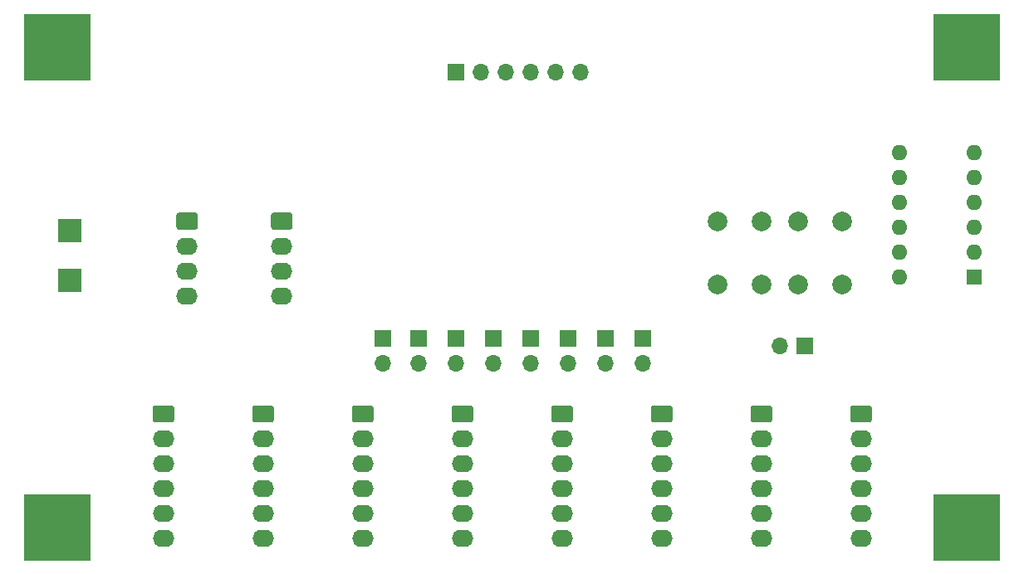
<source format=gbr>
G04 #@! TF.GenerationSoftware,KiCad,Pcbnew,(5.1.9)-1*
G04 #@! TF.CreationDate,2022-03-14T10:23:35-06:00*
G04 #@! TF.ProjectId,SensorBoard,53656e73-6f72-4426-9f61-72642e6b6963,rev?*
G04 #@! TF.SameCoordinates,Original*
G04 #@! TF.FileFunction,Soldermask,Bot*
G04 #@! TF.FilePolarity,Negative*
%FSLAX46Y46*%
G04 Gerber Fmt 4.6, Leading zero omitted, Abs format (unit mm)*
G04 Created by KiCad (PCBNEW (5.1.9)-1) date 2022-03-14 10:23:35*
%MOMM*%
%LPD*%
G01*
G04 APERTURE LIST*
%ADD10O,2.190000X1.740000*%
%ADD11R,2.413000X2.413000*%
%ADD12R,6.756400X6.756400*%
%ADD13R,1.700000X1.700000*%
%ADD14O,1.700000X1.700000*%
%ADD15R,1.600000X1.600000*%
%ADD16O,1.600000X1.600000*%
%ADD17C,2.000000*%
G04 APERTURE END LIST*
D10*
G04 #@! TO.C,J11*
X165735000Y-140335000D03*
X165735000Y-137795000D03*
X165735000Y-135255000D03*
X165735000Y-132715000D03*
X165735000Y-130175000D03*
G36*
G01*
X164889999Y-126765000D02*
X166580001Y-126765000D01*
G75*
G02*
X166830000Y-127014999I0J-249999D01*
G01*
X166830000Y-128255001D01*
G75*
G02*
X166580001Y-128505000I-249999J0D01*
G01*
X164889999Y-128505000D01*
G75*
G02*
X164640000Y-128255001I0J249999D01*
G01*
X164640000Y-127014999D01*
G75*
G02*
X164889999Y-126765000I249999J0D01*
G01*
G37*
G04 #@! TD*
G04 #@! TO.C,J12*
X175895000Y-140335000D03*
X175895000Y-137795000D03*
X175895000Y-135255000D03*
X175895000Y-132715000D03*
X175895000Y-130175000D03*
G36*
G01*
X175049999Y-126765000D02*
X176740001Y-126765000D01*
G75*
G02*
X176990000Y-127014999I0J-249999D01*
G01*
X176990000Y-128255001D01*
G75*
G02*
X176740001Y-128505000I-249999J0D01*
G01*
X175049999Y-128505000D01*
G75*
G02*
X174800000Y-128255001I0J249999D01*
G01*
X174800000Y-127014999D01*
G75*
G02*
X175049999Y-126765000I249999J0D01*
G01*
G37*
G04 #@! TD*
G04 #@! TO.C,J10*
X155575000Y-140335000D03*
X155575000Y-137795000D03*
X155575000Y-135255000D03*
X155575000Y-132715000D03*
X155575000Y-130175000D03*
G36*
G01*
X154729999Y-126765000D02*
X156420001Y-126765000D01*
G75*
G02*
X156670000Y-127014999I0J-249999D01*
G01*
X156670000Y-128255001D01*
G75*
G02*
X156420001Y-128505000I-249999J0D01*
G01*
X154729999Y-128505000D01*
G75*
G02*
X154480000Y-128255001I0J249999D01*
G01*
X154480000Y-127014999D01*
G75*
G02*
X154729999Y-126765000I249999J0D01*
G01*
G37*
G04 #@! TD*
G04 #@! TO.C,J9*
X145415000Y-140335000D03*
X145415000Y-137795000D03*
X145415000Y-135255000D03*
X145415000Y-132715000D03*
X145415000Y-130175000D03*
G36*
G01*
X144569999Y-126765000D02*
X146260001Y-126765000D01*
G75*
G02*
X146510000Y-127014999I0J-249999D01*
G01*
X146510000Y-128255001D01*
G75*
G02*
X146260001Y-128505000I-249999J0D01*
G01*
X144569999Y-128505000D01*
G75*
G02*
X144320000Y-128255001I0J249999D01*
G01*
X144320000Y-127014999D01*
G75*
G02*
X144569999Y-126765000I249999J0D01*
G01*
G37*
G04 #@! TD*
G04 #@! TO.C,J8*
X135255000Y-140335000D03*
X135255000Y-137795000D03*
X135255000Y-135255000D03*
X135255000Y-132715000D03*
X135255000Y-130175000D03*
G36*
G01*
X134409999Y-126765000D02*
X136100001Y-126765000D01*
G75*
G02*
X136350000Y-127014999I0J-249999D01*
G01*
X136350000Y-128255001D01*
G75*
G02*
X136100001Y-128505000I-249999J0D01*
G01*
X134409999Y-128505000D01*
G75*
G02*
X134160000Y-128255001I0J249999D01*
G01*
X134160000Y-127014999D01*
G75*
G02*
X134409999Y-126765000I249999J0D01*
G01*
G37*
G04 #@! TD*
G04 #@! TO.C,J7*
X125095000Y-140335000D03*
X125095000Y-137795000D03*
X125095000Y-135255000D03*
X125095000Y-132715000D03*
X125095000Y-130175000D03*
G36*
G01*
X124249999Y-126765000D02*
X125940001Y-126765000D01*
G75*
G02*
X126190000Y-127014999I0J-249999D01*
G01*
X126190000Y-128255001D01*
G75*
G02*
X125940001Y-128505000I-249999J0D01*
G01*
X124249999Y-128505000D01*
G75*
G02*
X124000000Y-128255001I0J249999D01*
G01*
X124000000Y-127014999D01*
G75*
G02*
X124249999Y-126765000I249999J0D01*
G01*
G37*
G04 #@! TD*
G04 #@! TO.C,J6*
X114935000Y-140335000D03*
X114935000Y-137795000D03*
X114935000Y-135255000D03*
X114935000Y-132715000D03*
X114935000Y-130175000D03*
G36*
G01*
X114089999Y-126765000D02*
X115780001Y-126765000D01*
G75*
G02*
X116030000Y-127014999I0J-249999D01*
G01*
X116030000Y-128255001D01*
G75*
G02*
X115780001Y-128505000I-249999J0D01*
G01*
X114089999Y-128505000D01*
G75*
G02*
X113840000Y-128255001I0J249999D01*
G01*
X113840000Y-127014999D01*
G75*
G02*
X114089999Y-126765000I249999J0D01*
G01*
G37*
G04 #@! TD*
G04 #@! TO.C,J5*
X104775000Y-140335000D03*
X104775000Y-137795000D03*
X104775000Y-135255000D03*
X104775000Y-132715000D03*
X104775000Y-130175000D03*
G36*
G01*
X103929999Y-126765000D02*
X105620001Y-126765000D01*
G75*
G02*
X105870000Y-127014999I0J-249999D01*
G01*
X105870000Y-128255001D01*
G75*
G02*
X105620001Y-128505000I-249999J0D01*
G01*
X103929999Y-128505000D01*
G75*
G02*
X103680000Y-128255001I0J249999D01*
G01*
X103680000Y-127014999D01*
G75*
G02*
X103929999Y-126765000I249999J0D01*
G01*
G37*
G04 #@! TD*
D11*
G04 #@! TO.C,J1*
X95250000Y-114000000D03*
X95250000Y-108920000D03*
G04 #@! TD*
D12*
G04 #@! TO.C,REF\u002A\u002A*
X186690000Y-139192000D03*
G04 #@! TD*
G04 #@! TO.C,REF\u002A\u002A*
X93980000Y-139192000D03*
G04 #@! TD*
G04 #@! TO.C,REF\u002A\u002A*
X93980000Y-90170000D03*
G04 #@! TD*
G04 #@! TO.C,REF\u002A\u002A*
X186690000Y-90170000D03*
G04 #@! TD*
D10*
G04 #@! TO.C,J2*
X107188000Y-115570000D03*
X107188000Y-113030000D03*
X107188000Y-110490000D03*
G36*
G01*
X106342999Y-107080000D02*
X108033001Y-107080000D01*
G75*
G02*
X108283000Y-107329999I0J-249999D01*
G01*
X108283000Y-108570001D01*
G75*
G02*
X108033001Y-108820000I-249999J0D01*
G01*
X106342999Y-108820000D01*
G75*
G02*
X106093000Y-108570001I0J249999D01*
G01*
X106093000Y-107329999D01*
G75*
G02*
X106342999Y-107080000I249999J0D01*
G01*
G37*
G04 #@! TD*
D13*
G04 #@! TO.C,J3*
X134620000Y-92710000D03*
D14*
X137160000Y-92710000D03*
X139700000Y-92710000D03*
X142240000Y-92710000D03*
X144780000Y-92710000D03*
X147320000Y-92710000D03*
G04 #@! TD*
G04 #@! TO.C,J4*
G36*
G01*
X115994999Y-107080000D02*
X117685001Y-107080000D01*
G75*
G02*
X117935000Y-107329999I0J-249999D01*
G01*
X117935000Y-108570001D01*
G75*
G02*
X117685001Y-108820000I-249999J0D01*
G01*
X115994999Y-108820000D01*
G75*
G02*
X115745000Y-108570001I0J249999D01*
G01*
X115745000Y-107329999D01*
G75*
G02*
X115994999Y-107080000I249999J0D01*
G01*
G37*
D10*
X116840000Y-110490000D03*
X116840000Y-113030000D03*
X116840000Y-115570000D03*
G04 #@! TD*
D13*
G04 #@! TO.C,JP1*
X170180000Y-120650000D03*
D14*
X167640000Y-120650000D03*
G04 #@! TD*
D13*
G04 #@! TO.C,JP2*
X127127000Y-119888000D03*
D14*
X127127000Y-122428000D03*
G04 #@! TD*
G04 #@! TO.C,JP3*
X130810000Y-122428000D03*
D13*
X130810000Y-119888000D03*
G04 #@! TD*
G04 #@! TO.C,JP4*
X134620000Y-119888000D03*
D14*
X134620000Y-122428000D03*
G04 #@! TD*
D13*
G04 #@! TO.C,JP5*
X138430000Y-119888000D03*
D14*
X138430000Y-122428000D03*
G04 #@! TD*
G04 #@! TO.C,JP6*
X142240000Y-122428000D03*
D13*
X142240000Y-119888000D03*
G04 #@! TD*
D14*
G04 #@! TO.C,JP7*
X146050000Y-122428000D03*
D13*
X146050000Y-119888000D03*
G04 #@! TD*
D14*
G04 #@! TO.C,JP8*
X149860000Y-122428000D03*
D13*
X149860000Y-119888000D03*
G04 #@! TD*
D14*
G04 #@! TO.C,JP9*
X153670000Y-122428000D03*
D13*
X153670000Y-119888000D03*
G04 #@! TD*
D15*
G04 #@! TO.C,SW1*
X187452000Y-113665000D03*
D16*
X179832000Y-100965000D03*
X187452000Y-111125000D03*
X179832000Y-103505000D03*
X187452000Y-108585000D03*
X179832000Y-106045000D03*
X187452000Y-106045000D03*
X179832000Y-108585000D03*
X187452000Y-103505000D03*
X179832000Y-111125000D03*
X187452000Y-100965000D03*
X179832000Y-113665000D03*
G04 #@! TD*
D17*
G04 #@! TO.C,SW2*
X161235000Y-107950000D03*
X165735000Y-107950000D03*
X161235000Y-114450000D03*
X165735000Y-114450000D03*
G04 #@! TD*
G04 #@! TO.C,SW3*
X173990000Y-114450000D03*
X169490000Y-114450000D03*
X173990000Y-107950000D03*
X169490000Y-107950000D03*
G04 #@! TD*
M02*

</source>
